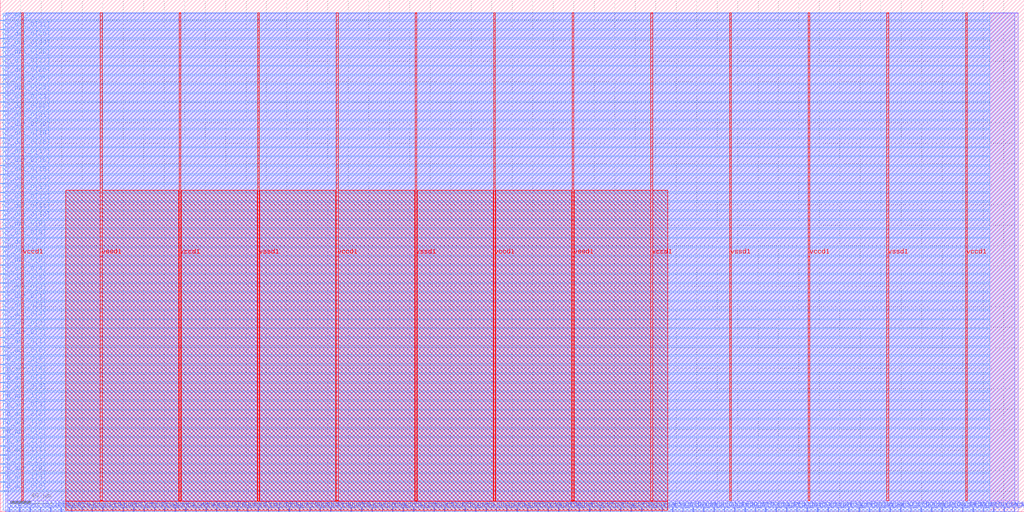
<source format=lef>
VERSION 5.7 ;
  NOWIREEXTENSIONATPIN ON ;
  DIVIDERCHAR "/" ;
  BUSBITCHARS "[]" ;
MACRO GPR
  CLASS BLOCK ;
  FOREIGN GPR ;
  ORIGIN 0.000 0.000 ;
  SIZE 1000.000 BY 500.000 ;
  PIN clk
    DIRECTION INPUT ;
    USE SIGNAL ;
    PORT
      LAYER met2 ;
        RECT 8.830 0.000 9.110 4.000 ;
    END
  END clk
  PIN rd_adr_0[0]
    DIRECTION INPUT ;
    USE SIGNAL ;
    PORT
      LAYER met3 ;
        RECT 0.000 19.760 4.000 20.360 ;
    END
  END rd_adr_0[0]
  PIN rd_adr_0[1]
    DIRECTION INPUT ;
    USE SIGNAL ;
    PORT
      LAYER met3 ;
        RECT 0.000 46.280 4.000 46.880 ;
    END
  END rd_adr_0[1]
  PIN rd_adr_0[2]
    DIRECTION INPUT ;
    USE SIGNAL ;
    PORT
      LAYER met3 ;
        RECT 0.000 72.800 4.000 73.400 ;
    END
  END rd_adr_0[2]
  PIN rd_adr_0[3]
    DIRECTION INPUT ;
    USE SIGNAL ;
    PORT
      LAYER met3 ;
        RECT 0.000 99.320 4.000 99.920 ;
    END
  END rd_adr_0[3]
  PIN rd_adr_0[4]
    DIRECTION INPUT ;
    USE SIGNAL ;
    PORT
      LAYER met3 ;
        RECT 0.000 125.840 4.000 126.440 ;
    END
  END rd_adr_0[4]
  PIN rd_adr_1[0]
    DIRECTION INPUT ;
    USE SIGNAL ;
    PORT
      LAYER met3 ;
        RECT 0.000 28.600 4.000 29.200 ;
    END
  END rd_adr_1[0]
  PIN rd_adr_1[1]
    DIRECTION INPUT ;
    USE SIGNAL ;
    PORT
      LAYER met3 ;
        RECT 0.000 55.120 4.000 55.720 ;
    END
  END rd_adr_1[1]
  PIN rd_adr_1[2]
    DIRECTION INPUT ;
    USE SIGNAL ;
    PORT
      LAYER met3 ;
        RECT 0.000 81.640 4.000 82.240 ;
    END
  END rd_adr_1[2]
  PIN rd_adr_1[3]
    DIRECTION INPUT ;
    USE SIGNAL ;
    PORT
      LAYER met3 ;
        RECT 0.000 108.160 4.000 108.760 ;
    END
  END rd_adr_1[3]
  PIN rd_adr_1[4]
    DIRECTION INPUT ;
    USE SIGNAL ;
    PORT
      LAYER met3 ;
        RECT 0.000 134.680 4.000 135.280 ;
    END
  END rd_adr_1[4]
  PIN rd_adr_2[0]
    DIRECTION INPUT ;
    USE SIGNAL ;
    PORT
      LAYER met3 ;
        RECT 0.000 37.440 4.000 38.040 ;
    END
  END rd_adr_2[0]
  PIN rd_adr_2[1]
    DIRECTION INPUT ;
    USE SIGNAL ;
    PORT
      LAYER met3 ;
        RECT 0.000 63.960 4.000 64.560 ;
    END
  END rd_adr_2[1]
  PIN rd_adr_2[2]
    DIRECTION INPUT ;
    USE SIGNAL ;
    PORT
      LAYER met3 ;
        RECT 0.000 90.480 4.000 91.080 ;
    END
  END rd_adr_2[2]
  PIN rd_adr_2[3]
    DIRECTION INPUT ;
    USE SIGNAL ;
    PORT
      LAYER met3 ;
        RECT 0.000 117.000 4.000 117.600 ;
    END
  END rd_adr_2[3]
  PIN rd_adr_2[4]
    DIRECTION INPUT ;
    USE SIGNAL ;
    PORT
      LAYER met3 ;
        RECT 0.000 143.520 4.000 144.120 ;
    END
  END rd_adr_2[4]
  PIN rd_dat_0[0]
    DIRECTION OUTPUT TRISTATE ;
    USE SIGNAL ;
    PORT
      LAYER met2 ;
        RECT 29.070 0.000 29.350 4.000 ;
    END
  END rd_dat_0[0]
  PIN rd_dat_0[10]
    DIRECTION OUTPUT TRISTATE ;
    USE SIGNAL ;
    PORT
      LAYER met2 ;
        RECT 332.670 0.000 332.950 4.000 ;
    END
  END rd_dat_0[10]
  PIN rd_dat_0[11]
    DIRECTION OUTPUT TRISTATE ;
    USE SIGNAL ;
    PORT
      LAYER met2 ;
        RECT 363.030 0.000 363.310 4.000 ;
    END
  END rd_dat_0[11]
  PIN rd_dat_0[12]
    DIRECTION OUTPUT TRISTATE ;
    USE SIGNAL ;
    PORT
      LAYER met2 ;
        RECT 393.390 0.000 393.670 4.000 ;
    END
  END rd_dat_0[12]
  PIN rd_dat_0[13]
    DIRECTION OUTPUT TRISTATE ;
    USE SIGNAL ;
    PORT
      LAYER met2 ;
        RECT 423.750 0.000 424.030 4.000 ;
    END
  END rd_dat_0[13]
  PIN rd_dat_0[14]
    DIRECTION OUTPUT TRISTATE ;
    USE SIGNAL ;
    PORT
      LAYER met2 ;
        RECT 454.110 0.000 454.390 4.000 ;
    END
  END rd_dat_0[14]
  PIN rd_dat_0[15]
    DIRECTION OUTPUT TRISTATE ;
    USE SIGNAL ;
    PORT
      LAYER met2 ;
        RECT 484.470 0.000 484.750 4.000 ;
    END
  END rd_dat_0[15]
  PIN rd_dat_0[16]
    DIRECTION OUTPUT TRISTATE ;
    USE SIGNAL ;
    PORT
      LAYER met2 ;
        RECT 514.830 0.000 515.110 4.000 ;
    END
  END rd_dat_0[16]
  PIN rd_dat_0[17]
    DIRECTION OUTPUT TRISTATE ;
    USE SIGNAL ;
    PORT
      LAYER met2 ;
        RECT 545.190 0.000 545.470 4.000 ;
    END
  END rd_dat_0[17]
  PIN rd_dat_0[18]
    DIRECTION OUTPUT TRISTATE ;
    USE SIGNAL ;
    PORT
      LAYER met2 ;
        RECT 575.550 0.000 575.830 4.000 ;
    END
  END rd_dat_0[18]
  PIN rd_dat_0[19]
    DIRECTION OUTPUT TRISTATE ;
    USE SIGNAL ;
    PORT
      LAYER met2 ;
        RECT 605.910 0.000 606.190 4.000 ;
    END
  END rd_dat_0[19]
  PIN rd_dat_0[1]
    DIRECTION OUTPUT TRISTATE ;
    USE SIGNAL ;
    PORT
      LAYER met2 ;
        RECT 59.430 0.000 59.710 4.000 ;
    END
  END rd_dat_0[1]
  PIN rd_dat_0[20]
    DIRECTION OUTPUT TRISTATE ;
    USE SIGNAL ;
    PORT
      LAYER met2 ;
        RECT 636.270 0.000 636.550 4.000 ;
    END
  END rd_dat_0[20]
  PIN rd_dat_0[21]
    DIRECTION OUTPUT TRISTATE ;
    USE SIGNAL ;
    PORT
      LAYER met2 ;
        RECT 666.630 0.000 666.910 4.000 ;
    END
  END rd_dat_0[21]
  PIN rd_dat_0[22]
    DIRECTION OUTPUT TRISTATE ;
    USE SIGNAL ;
    PORT
      LAYER met2 ;
        RECT 696.990 0.000 697.270 4.000 ;
    END
  END rd_dat_0[22]
  PIN rd_dat_0[23]
    DIRECTION OUTPUT TRISTATE ;
    USE SIGNAL ;
    PORT
      LAYER met2 ;
        RECT 727.350 0.000 727.630 4.000 ;
    END
  END rd_dat_0[23]
  PIN rd_dat_0[24]
    DIRECTION OUTPUT TRISTATE ;
    USE SIGNAL ;
    PORT
      LAYER met2 ;
        RECT 757.710 0.000 757.990 4.000 ;
    END
  END rd_dat_0[24]
  PIN rd_dat_0[25]
    DIRECTION OUTPUT TRISTATE ;
    USE SIGNAL ;
    PORT
      LAYER met2 ;
        RECT 788.070 0.000 788.350 4.000 ;
    END
  END rd_dat_0[25]
  PIN rd_dat_0[26]
    DIRECTION OUTPUT TRISTATE ;
    USE SIGNAL ;
    PORT
      LAYER met2 ;
        RECT 818.430 0.000 818.710 4.000 ;
    END
  END rd_dat_0[26]
  PIN rd_dat_0[27]
    DIRECTION OUTPUT TRISTATE ;
    USE SIGNAL ;
    PORT
      LAYER met2 ;
        RECT 848.790 0.000 849.070 4.000 ;
    END
  END rd_dat_0[27]
  PIN rd_dat_0[28]
    DIRECTION OUTPUT TRISTATE ;
    USE SIGNAL ;
    PORT
      LAYER met2 ;
        RECT 879.150 0.000 879.430 4.000 ;
    END
  END rd_dat_0[28]
  PIN rd_dat_0[29]
    DIRECTION OUTPUT TRISTATE ;
    USE SIGNAL ;
    PORT
      LAYER met2 ;
        RECT 909.510 0.000 909.790 4.000 ;
    END
  END rd_dat_0[29]
  PIN rd_dat_0[2]
    DIRECTION OUTPUT TRISTATE ;
    USE SIGNAL ;
    PORT
      LAYER met2 ;
        RECT 89.790 0.000 90.070 4.000 ;
    END
  END rd_dat_0[2]
  PIN rd_dat_0[30]
    DIRECTION OUTPUT TRISTATE ;
    USE SIGNAL ;
    PORT
      LAYER met2 ;
        RECT 939.870 0.000 940.150 4.000 ;
    END
  END rd_dat_0[30]
  PIN rd_dat_0[31]
    DIRECTION OUTPUT TRISTATE ;
    USE SIGNAL ;
    PORT
      LAYER met2 ;
        RECT 970.230 0.000 970.510 4.000 ;
    END
  END rd_dat_0[31]
  PIN rd_dat_0[3]
    DIRECTION OUTPUT TRISTATE ;
    USE SIGNAL ;
    PORT
      LAYER met2 ;
        RECT 120.150 0.000 120.430 4.000 ;
    END
  END rd_dat_0[3]
  PIN rd_dat_0[4]
    DIRECTION OUTPUT TRISTATE ;
    USE SIGNAL ;
    PORT
      LAYER met2 ;
        RECT 150.510 0.000 150.790 4.000 ;
    END
  END rd_dat_0[4]
  PIN rd_dat_0[5]
    DIRECTION OUTPUT TRISTATE ;
    USE SIGNAL ;
    PORT
      LAYER met2 ;
        RECT 180.870 0.000 181.150 4.000 ;
    END
  END rd_dat_0[5]
  PIN rd_dat_0[6]
    DIRECTION OUTPUT TRISTATE ;
    USE SIGNAL ;
    PORT
      LAYER met2 ;
        RECT 211.230 0.000 211.510 4.000 ;
    END
  END rd_dat_0[6]
  PIN rd_dat_0[7]
    DIRECTION OUTPUT TRISTATE ;
    USE SIGNAL ;
    PORT
      LAYER met2 ;
        RECT 241.590 0.000 241.870 4.000 ;
    END
  END rd_dat_0[7]
  PIN rd_dat_0[8]
    DIRECTION OUTPUT TRISTATE ;
    USE SIGNAL ;
    PORT
      LAYER met2 ;
        RECT 271.950 0.000 272.230 4.000 ;
    END
  END rd_dat_0[8]
  PIN rd_dat_0[9]
    DIRECTION OUTPUT TRISTATE ;
    USE SIGNAL ;
    PORT
      LAYER met2 ;
        RECT 302.310 0.000 302.590 4.000 ;
    END
  END rd_dat_0[9]
  PIN rd_dat_1[0]
    DIRECTION OUTPUT TRISTATE ;
    USE SIGNAL ;
    PORT
      LAYER met2 ;
        RECT 39.190 0.000 39.470 4.000 ;
    END
  END rd_dat_1[0]
  PIN rd_dat_1[10]
    DIRECTION OUTPUT TRISTATE ;
    USE SIGNAL ;
    PORT
      LAYER met2 ;
        RECT 342.790 0.000 343.070 4.000 ;
    END
  END rd_dat_1[10]
  PIN rd_dat_1[11]
    DIRECTION OUTPUT TRISTATE ;
    USE SIGNAL ;
    PORT
      LAYER met2 ;
        RECT 373.150 0.000 373.430 4.000 ;
    END
  END rd_dat_1[11]
  PIN rd_dat_1[12]
    DIRECTION OUTPUT TRISTATE ;
    USE SIGNAL ;
    PORT
      LAYER met2 ;
        RECT 403.510 0.000 403.790 4.000 ;
    END
  END rd_dat_1[12]
  PIN rd_dat_1[13]
    DIRECTION OUTPUT TRISTATE ;
    USE SIGNAL ;
    PORT
      LAYER met2 ;
        RECT 433.870 0.000 434.150 4.000 ;
    END
  END rd_dat_1[13]
  PIN rd_dat_1[14]
    DIRECTION OUTPUT TRISTATE ;
    USE SIGNAL ;
    PORT
      LAYER met2 ;
        RECT 464.230 0.000 464.510 4.000 ;
    END
  END rd_dat_1[14]
  PIN rd_dat_1[15]
    DIRECTION OUTPUT TRISTATE ;
    USE SIGNAL ;
    PORT
      LAYER met2 ;
        RECT 494.590 0.000 494.870 4.000 ;
    END
  END rd_dat_1[15]
  PIN rd_dat_1[16]
    DIRECTION OUTPUT TRISTATE ;
    USE SIGNAL ;
    PORT
      LAYER met2 ;
        RECT 524.950 0.000 525.230 4.000 ;
    END
  END rd_dat_1[16]
  PIN rd_dat_1[17]
    DIRECTION OUTPUT TRISTATE ;
    USE SIGNAL ;
    PORT
      LAYER met2 ;
        RECT 555.310 0.000 555.590 4.000 ;
    END
  END rd_dat_1[17]
  PIN rd_dat_1[18]
    DIRECTION OUTPUT TRISTATE ;
    USE SIGNAL ;
    PORT
      LAYER met2 ;
        RECT 585.670 0.000 585.950 4.000 ;
    END
  END rd_dat_1[18]
  PIN rd_dat_1[19]
    DIRECTION OUTPUT TRISTATE ;
    USE SIGNAL ;
    PORT
      LAYER met2 ;
        RECT 616.030 0.000 616.310 4.000 ;
    END
  END rd_dat_1[19]
  PIN rd_dat_1[1]
    DIRECTION OUTPUT TRISTATE ;
    USE SIGNAL ;
    PORT
      LAYER met2 ;
        RECT 69.550 0.000 69.830 4.000 ;
    END
  END rd_dat_1[1]
  PIN rd_dat_1[20]
    DIRECTION OUTPUT TRISTATE ;
    USE SIGNAL ;
    PORT
      LAYER met2 ;
        RECT 646.390 0.000 646.670 4.000 ;
    END
  END rd_dat_1[20]
  PIN rd_dat_1[21]
    DIRECTION OUTPUT TRISTATE ;
    USE SIGNAL ;
    PORT
      LAYER met2 ;
        RECT 676.750 0.000 677.030 4.000 ;
    END
  END rd_dat_1[21]
  PIN rd_dat_1[22]
    DIRECTION OUTPUT TRISTATE ;
    USE SIGNAL ;
    PORT
      LAYER met2 ;
        RECT 707.110 0.000 707.390 4.000 ;
    END
  END rd_dat_1[22]
  PIN rd_dat_1[23]
    DIRECTION OUTPUT TRISTATE ;
    USE SIGNAL ;
    PORT
      LAYER met2 ;
        RECT 737.470 0.000 737.750 4.000 ;
    END
  END rd_dat_1[23]
  PIN rd_dat_1[24]
    DIRECTION OUTPUT TRISTATE ;
    USE SIGNAL ;
    PORT
      LAYER met2 ;
        RECT 767.830 0.000 768.110 4.000 ;
    END
  END rd_dat_1[24]
  PIN rd_dat_1[25]
    DIRECTION OUTPUT TRISTATE ;
    USE SIGNAL ;
    PORT
      LAYER met2 ;
        RECT 798.190 0.000 798.470 4.000 ;
    END
  END rd_dat_1[25]
  PIN rd_dat_1[26]
    DIRECTION OUTPUT TRISTATE ;
    USE SIGNAL ;
    PORT
      LAYER met2 ;
        RECT 828.550 0.000 828.830 4.000 ;
    END
  END rd_dat_1[26]
  PIN rd_dat_1[27]
    DIRECTION OUTPUT TRISTATE ;
    USE SIGNAL ;
    PORT
      LAYER met2 ;
        RECT 858.910 0.000 859.190 4.000 ;
    END
  END rd_dat_1[27]
  PIN rd_dat_1[28]
    DIRECTION OUTPUT TRISTATE ;
    USE SIGNAL ;
    PORT
      LAYER met2 ;
        RECT 889.270 0.000 889.550 4.000 ;
    END
  END rd_dat_1[28]
  PIN rd_dat_1[29]
    DIRECTION OUTPUT TRISTATE ;
    USE SIGNAL ;
    PORT
      LAYER met2 ;
        RECT 919.630 0.000 919.910 4.000 ;
    END
  END rd_dat_1[29]
  PIN rd_dat_1[2]
    DIRECTION OUTPUT TRISTATE ;
    USE SIGNAL ;
    PORT
      LAYER met2 ;
        RECT 99.910 0.000 100.190 4.000 ;
    END
  END rd_dat_1[2]
  PIN rd_dat_1[30]
    DIRECTION OUTPUT TRISTATE ;
    USE SIGNAL ;
    PORT
      LAYER met2 ;
        RECT 949.990 0.000 950.270 4.000 ;
    END
  END rd_dat_1[30]
  PIN rd_dat_1[31]
    DIRECTION OUTPUT TRISTATE ;
    USE SIGNAL ;
    PORT
      LAYER met2 ;
        RECT 980.350 0.000 980.630 4.000 ;
    END
  END rd_dat_1[31]
  PIN rd_dat_1[3]
    DIRECTION OUTPUT TRISTATE ;
    USE SIGNAL ;
    PORT
      LAYER met2 ;
        RECT 130.270 0.000 130.550 4.000 ;
    END
  END rd_dat_1[3]
  PIN rd_dat_1[4]
    DIRECTION OUTPUT TRISTATE ;
    USE SIGNAL ;
    PORT
      LAYER met2 ;
        RECT 160.630 0.000 160.910 4.000 ;
    END
  END rd_dat_1[4]
  PIN rd_dat_1[5]
    DIRECTION OUTPUT TRISTATE ;
    USE SIGNAL ;
    PORT
      LAYER met2 ;
        RECT 190.990 0.000 191.270 4.000 ;
    END
  END rd_dat_1[5]
  PIN rd_dat_1[6]
    DIRECTION OUTPUT TRISTATE ;
    USE SIGNAL ;
    PORT
      LAYER met2 ;
        RECT 221.350 0.000 221.630 4.000 ;
    END
  END rd_dat_1[6]
  PIN rd_dat_1[7]
    DIRECTION OUTPUT TRISTATE ;
    USE SIGNAL ;
    PORT
      LAYER met2 ;
        RECT 251.710 0.000 251.990 4.000 ;
    END
  END rd_dat_1[7]
  PIN rd_dat_1[8]
    DIRECTION OUTPUT TRISTATE ;
    USE SIGNAL ;
    PORT
      LAYER met2 ;
        RECT 282.070 0.000 282.350 4.000 ;
    END
  END rd_dat_1[8]
  PIN rd_dat_1[9]
    DIRECTION OUTPUT TRISTATE ;
    USE SIGNAL ;
    PORT
      LAYER met2 ;
        RECT 312.430 0.000 312.710 4.000 ;
    END
  END rd_dat_1[9]
  PIN rd_dat_2[0]
    DIRECTION OUTPUT TRISTATE ;
    USE SIGNAL ;
    PORT
      LAYER met2 ;
        RECT 49.310 0.000 49.590 4.000 ;
    END
  END rd_dat_2[0]
  PIN rd_dat_2[10]
    DIRECTION OUTPUT TRISTATE ;
    USE SIGNAL ;
    PORT
      LAYER met2 ;
        RECT 352.910 0.000 353.190 4.000 ;
    END
  END rd_dat_2[10]
  PIN rd_dat_2[11]
    DIRECTION OUTPUT TRISTATE ;
    USE SIGNAL ;
    PORT
      LAYER met2 ;
        RECT 383.270 0.000 383.550 4.000 ;
    END
  END rd_dat_2[11]
  PIN rd_dat_2[12]
    DIRECTION OUTPUT TRISTATE ;
    USE SIGNAL ;
    PORT
      LAYER met2 ;
        RECT 413.630 0.000 413.910 4.000 ;
    END
  END rd_dat_2[12]
  PIN rd_dat_2[13]
    DIRECTION OUTPUT TRISTATE ;
    USE SIGNAL ;
    PORT
      LAYER met2 ;
        RECT 443.990 0.000 444.270 4.000 ;
    END
  END rd_dat_2[13]
  PIN rd_dat_2[14]
    DIRECTION OUTPUT TRISTATE ;
    USE SIGNAL ;
    PORT
      LAYER met2 ;
        RECT 474.350 0.000 474.630 4.000 ;
    END
  END rd_dat_2[14]
  PIN rd_dat_2[15]
    DIRECTION OUTPUT TRISTATE ;
    USE SIGNAL ;
    PORT
      LAYER met2 ;
        RECT 504.710 0.000 504.990 4.000 ;
    END
  END rd_dat_2[15]
  PIN rd_dat_2[16]
    DIRECTION OUTPUT TRISTATE ;
    USE SIGNAL ;
    PORT
      LAYER met2 ;
        RECT 535.070 0.000 535.350 4.000 ;
    END
  END rd_dat_2[16]
  PIN rd_dat_2[17]
    DIRECTION OUTPUT TRISTATE ;
    USE SIGNAL ;
    PORT
      LAYER met2 ;
        RECT 565.430 0.000 565.710 4.000 ;
    END
  END rd_dat_2[17]
  PIN rd_dat_2[18]
    DIRECTION OUTPUT TRISTATE ;
    USE SIGNAL ;
    PORT
      LAYER met2 ;
        RECT 595.790 0.000 596.070 4.000 ;
    END
  END rd_dat_2[18]
  PIN rd_dat_2[19]
    DIRECTION OUTPUT TRISTATE ;
    USE SIGNAL ;
    PORT
      LAYER met2 ;
        RECT 626.150 0.000 626.430 4.000 ;
    END
  END rd_dat_2[19]
  PIN rd_dat_2[1]
    DIRECTION OUTPUT TRISTATE ;
    USE SIGNAL ;
    PORT
      LAYER met2 ;
        RECT 79.670 0.000 79.950 4.000 ;
    END
  END rd_dat_2[1]
  PIN rd_dat_2[20]
    DIRECTION OUTPUT TRISTATE ;
    USE SIGNAL ;
    PORT
      LAYER met2 ;
        RECT 656.510 0.000 656.790 4.000 ;
    END
  END rd_dat_2[20]
  PIN rd_dat_2[21]
    DIRECTION OUTPUT TRISTATE ;
    USE SIGNAL ;
    PORT
      LAYER met2 ;
        RECT 686.870 0.000 687.150 4.000 ;
    END
  END rd_dat_2[21]
  PIN rd_dat_2[22]
    DIRECTION OUTPUT TRISTATE ;
    USE SIGNAL ;
    PORT
      LAYER met2 ;
        RECT 717.230 0.000 717.510 4.000 ;
    END
  END rd_dat_2[22]
  PIN rd_dat_2[23]
    DIRECTION OUTPUT TRISTATE ;
    USE SIGNAL ;
    PORT
      LAYER met2 ;
        RECT 747.590 0.000 747.870 4.000 ;
    END
  END rd_dat_2[23]
  PIN rd_dat_2[24]
    DIRECTION OUTPUT TRISTATE ;
    USE SIGNAL ;
    PORT
      LAYER met2 ;
        RECT 777.950 0.000 778.230 4.000 ;
    END
  END rd_dat_2[24]
  PIN rd_dat_2[25]
    DIRECTION OUTPUT TRISTATE ;
    USE SIGNAL ;
    PORT
      LAYER met2 ;
        RECT 808.310 0.000 808.590 4.000 ;
    END
  END rd_dat_2[25]
  PIN rd_dat_2[26]
    DIRECTION OUTPUT TRISTATE ;
    USE SIGNAL ;
    PORT
      LAYER met2 ;
        RECT 838.670 0.000 838.950 4.000 ;
    END
  END rd_dat_2[26]
  PIN rd_dat_2[27]
    DIRECTION OUTPUT TRISTATE ;
    USE SIGNAL ;
    PORT
      LAYER met2 ;
        RECT 869.030 0.000 869.310 4.000 ;
    END
  END rd_dat_2[27]
  PIN rd_dat_2[28]
    DIRECTION OUTPUT TRISTATE ;
    USE SIGNAL ;
    PORT
      LAYER met2 ;
        RECT 899.390 0.000 899.670 4.000 ;
    END
  END rd_dat_2[28]
  PIN rd_dat_2[29]
    DIRECTION OUTPUT TRISTATE ;
    USE SIGNAL ;
    PORT
      LAYER met2 ;
        RECT 929.750 0.000 930.030 4.000 ;
    END
  END rd_dat_2[29]
  PIN rd_dat_2[2]
    DIRECTION OUTPUT TRISTATE ;
    USE SIGNAL ;
    PORT
      LAYER met2 ;
        RECT 110.030 0.000 110.310 4.000 ;
    END
  END rd_dat_2[2]
  PIN rd_dat_2[30]
    DIRECTION OUTPUT TRISTATE ;
    USE SIGNAL ;
    PORT
      LAYER met2 ;
        RECT 960.110 0.000 960.390 4.000 ;
    END
  END rd_dat_2[30]
  PIN rd_dat_2[31]
    DIRECTION OUTPUT TRISTATE ;
    USE SIGNAL ;
    PORT
      LAYER met2 ;
        RECT 990.470 0.000 990.750 4.000 ;
    END
  END rd_dat_2[31]
  PIN rd_dat_2[3]
    DIRECTION OUTPUT TRISTATE ;
    USE SIGNAL ;
    PORT
      LAYER met2 ;
        RECT 140.390 0.000 140.670 4.000 ;
    END
  END rd_dat_2[3]
  PIN rd_dat_2[4]
    DIRECTION OUTPUT TRISTATE ;
    USE SIGNAL ;
    PORT
      LAYER met2 ;
        RECT 170.750 0.000 171.030 4.000 ;
    END
  END rd_dat_2[4]
  PIN rd_dat_2[5]
    DIRECTION OUTPUT TRISTATE ;
    USE SIGNAL ;
    PORT
      LAYER met2 ;
        RECT 201.110 0.000 201.390 4.000 ;
    END
  END rd_dat_2[5]
  PIN rd_dat_2[6]
    DIRECTION OUTPUT TRISTATE ;
    USE SIGNAL ;
    PORT
      LAYER met2 ;
        RECT 231.470 0.000 231.750 4.000 ;
    END
  END rd_dat_2[6]
  PIN rd_dat_2[7]
    DIRECTION OUTPUT TRISTATE ;
    USE SIGNAL ;
    PORT
      LAYER met2 ;
        RECT 261.830 0.000 262.110 4.000 ;
    END
  END rd_dat_2[7]
  PIN rd_dat_2[8]
    DIRECTION OUTPUT TRISTATE ;
    USE SIGNAL ;
    PORT
      LAYER met2 ;
        RECT 292.190 0.000 292.470 4.000 ;
    END
  END rd_dat_2[8]
  PIN rd_dat_2[9]
    DIRECTION OUTPUT TRISTATE ;
    USE SIGNAL ;
    PORT
      LAYER met2 ;
        RECT 322.550 0.000 322.830 4.000 ;
    END
  END rd_dat_2[9]
  PIN reset
    DIRECTION INPUT ;
    USE SIGNAL ;
    PORT
      LAYER met2 ;
        RECT 18.950 0.000 19.230 4.000 ;
    END
  END reset
  PIN vccd1
    DIRECTION INOUT ;
    USE POWER ;
    PORT
      LAYER met4 ;
        RECT 21.040 10.640 22.640 487.120 ;
    END
    PORT
      LAYER met4 ;
        RECT 174.640 10.640 176.240 487.120 ;
    END
    PORT
      LAYER met4 ;
        RECT 328.240 10.640 329.840 487.120 ;
    END
    PORT
      LAYER met4 ;
        RECT 481.840 10.640 483.440 487.120 ;
    END
    PORT
      LAYER met4 ;
        RECT 635.440 10.640 637.040 487.120 ;
    END
    PORT
      LAYER met4 ;
        RECT 789.040 10.640 790.640 487.120 ;
    END
    PORT
      LAYER met4 ;
        RECT 942.640 10.640 944.240 487.120 ;
    END
  END vccd1
  PIN vssd1
    DIRECTION INOUT ;
    USE GROUND ;
    PORT
      LAYER met4 ;
        RECT 97.840 10.640 99.440 487.120 ;
    END
    PORT
      LAYER met4 ;
        RECT 251.440 10.640 253.040 487.120 ;
    END
    PORT
      LAYER met4 ;
        RECT 405.040 10.640 406.640 487.120 ;
    END
    PORT
      LAYER met4 ;
        RECT 558.640 10.640 560.240 487.120 ;
    END
    PORT
      LAYER met4 ;
        RECT 712.240 10.640 713.840 487.120 ;
    END
    PORT
      LAYER met4 ;
        RECT 865.840 10.640 867.440 487.120 ;
    END
  END vssd1
  PIN wr_adr_0[0]
    DIRECTION INPUT ;
    USE SIGNAL ;
    PORT
      LAYER met3 ;
        RECT 0.000 152.360 4.000 152.960 ;
    END
  END wr_adr_0[0]
  PIN wr_adr_0[1]
    DIRECTION INPUT ;
    USE SIGNAL ;
    PORT
      LAYER met3 ;
        RECT 0.000 161.200 4.000 161.800 ;
    END
  END wr_adr_0[1]
  PIN wr_adr_0[2]
    DIRECTION INPUT ;
    USE SIGNAL ;
    PORT
      LAYER met3 ;
        RECT 0.000 170.040 4.000 170.640 ;
    END
  END wr_adr_0[2]
  PIN wr_adr_0[3]
    DIRECTION INPUT ;
    USE SIGNAL ;
    PORT
      LAYER met3 ;
        RECT 0.000 178.880 4.000 179.480 ;
    END
  END wr_adr_0[3]
  PIN wr_adr_0[4]
    DIRECTION INPUT ;
    USE SIGNAL ;
    PORT
      LAYER met3 ;
        RECT 0.000 187.720 4.000 188.320 ;
    END
  END wr_adr_0[4]
  PIN wr_dat_0[0]
    DIRECTION INPUT ;
    USE SIGNAL ;
    PORT
      LAYER met3 ;
        RECT 0.000 196.560 4.000 197.160 ;
    END
  END wr_dat_0[0]
  PIN wr_dat_0[10]
    DIRECTION INPUT ;
    USE SIGNAL ;
    PORT
      LAYER met3 ;
        RECT 0.000 284.960 4.000 285.560 ;
    END
  END wr_dat_0[10]
  PIN wr_dat_0[11]
    DIRECTION INPUT ;
    USE SIGNAL ;
    PORT
      LAYER met3 ;
        RECT 0.000 293.800 4.000 294.400 ;
    END
  END wr_dat_0[11]
  PIN wr_dat_0[12]
    DIRECTION INPUT ;
    USE SIGNAL ;
    PORT
      LAYER met3 ;
        RECT 0.000 302.640 4.000 303.240 ;
    END
  END wr_dat_0[12]
  PIN wr_dat_0[13]
    DIRECTION INPUT ;
    USE SIGNAL ;
    PORT
      LAYER met3 ;
        RECT 0.000 311.480 4.000 312.080 ;
    END
  END wr_dat_0[13]
  PIN wr_dat_0[14]
    DIRECTION INPUT ;
    USE SIGNAL ;
    PORT
      LAYER met3 ;
        RECT 0.000 320.320 4.000 320.920 ;
    END
  END wr_dat_0[14]
  PIN wr_dat_0[15]
    DIRECTION INPUT ;
    USE SIGNAL ;
    PORT
      LAYER met3 ;
        RECT 0.000 329.160 4.000 329.760 ;
    END
  END wr_dat_0[15]
  PIN wr_dat_0[16]
    DIRECTION INPUT ;
    USE SIGNAL ;
    PORT
      LAYER met3 ;
        RECT 0.000 338.000 4.000 338.600 ;
    END
  END wr_dat_0[16]
  PIN wr_dat_0[17]
    DIRECTION INPUT ;
    USE SIGNAL ;
    PORT
      LAYER met3 ;
        RECT 0.000 346.840 4.000 347.440 ;
    END
  END wr_dat_0[17]
  PIN wr_dat_0[18]
    DIRECTION INPUT ;
    USE SIGNAL ;
    PORT
      LAYER met3 ;
        RECT 0.000 355.680 4.000 356.280 ;
    END
  END wr_dat_0[18]
  PIN wr_dat_0[19]
    DIRECTION INPUT ;
    USE SIGNAL ;
    PORT
      LAYER met3 ;
        RECT 0.000 364.520 4.000 365.120 ;
    END
  END wr_dat_0[19]
  PIN wr_dat_0[1]
    DIRECTION INPUT ;
    USE SIGNAL ;
    PORT
      LAYER met3 ;
        RECT 0.000 205.400 4.000 206.000 ;
    END
  END wr_dat_0[1]
  PIN wr_dat_0[20]
    DIRECTION INPUT ;
    USE SIGNAL ;
    PORT
      LAYER met3 ;
        RECT 0.000 373.360 4.000 373.960 ;
    END
  END wr_dat_0[20]
  PIN wr_dat_0[21]
    DIRECTION INPUT ;
    USE SIGNAL ;
    PORT
      LAYER met3 ;
        RECT 0.000 382.200 4.000 382.800 ;
    END
  END wr_dat_0[21]
  PIN wr_dat_0[22]
    DIRECTION INPUT ;
    USE SIGNAL ;
    PORT
      LAYER met3 ;
        RECT 0.000 391.040 4.000 391.640 ;
    END
  END wr_dat_0[22]
  PIN wr_dat_0[23]
    DIRECTION INPUT ;
    USE SIGNAL ;
    PORT
      LAYER met3 ;
        RECT 0.000 399.880 4.000 400.480 ;
    END
  END wr_dat_0[23]
  PIN wr_dat_0[24]
    DIRECTION INPUT ;
    USE SIGNAL ;
    PORT
      LAYER met3 ;
        RECT 0.000 408.720 4.000 409.320 ;
    END
  END wr_dat_0[24]
  PIN wr_dat_0[25]
    DIRECTION INPUT ;
    USE SIGNAL ;
    PORT
      LAYER met3 ;
        RECT 0.000 417.560 4.000 418.160 ;
    END
  END wr_dat_0[25]
  PIN wr_dat_0[26]
    DIRECTION INPUT ;
    USE SIGNAL ;
    PORT
      LAYER met3 ;
        RECT 0.000 426.400 4.000 427.000 ;
    END
  END wr_dat_0[26]
  PIN wr_dat_0[27]
    DIRECTION INPUT ;
    USE SIGNAL ;
    PORT
      LAYER met3 ;
        RECT 0.000 435.240 4.000 435.840 ;
    END
  END wr_dat_0[27]
  PIN wr_dat_0[28]
    DIRECTION INPUT ;
    USE SIGNAL ;
    PORT
      LAYER met3 ;
        RECT 0.000 444.080 4.000 444.680 ;
    END
  END wr_dat_0[28]
  PIN wr_dat_0[29]
    DIRECTION INPUT ;
    USE SIGNAL ;
    PORT
      LAYER met3 ;
        RECT 0.000 452.920 4.000 453.520 ;
    END
  END wr_dat_0[29]
  PIN wr_dat_0[2]
    DIRECTION INPUT ;
    USE SIGNAL ;
    PORT
      LAYER met3 ;
        RECT 0.000 214.240 4.000 214.840 ;
    END
  END wr_dat_0[2]
  PIN wr_dat_0[30]
    DIRECTION INPUT ;
    USE SIGNAL ;
    PORT
      LAYER met3 ;
        RECT 0.000 461.760 4.000 462.360 ;
    END
  END wr_dat_0[30]
  PIN wr_dat_0[31]
    DIRECTION INPUT ;
    USE SIGNAL ;
    PORT
      LAYER met3 ;
        RECT 0.000 470.600 4.000 471.200 ;
    END
  END wr_dat_0[31]
  PIN wr_dat_0[3]
    DIRECTION INPUT ;
    USE SIGNAL ;
    PORT
      LAYER met3 ;
        RECT 0.000 223.080 4.000 223.680 ;
    END
  END wr_dat_0[3]
  PIN wr_dat_0[4]
    DIRECTION INPUT ;
    USE SIGNAL ;
    PORT
      LAYER met3 ;
        RECT 0.000 231.920 4.000 232.520 ;
    END
  END wr_dat_0[4]
  PIN wr_dat_0[5]
    DIRECTION INPUT ;
    USE SIGNAL ;
    PORT
      LAYER met3 ;
        RECT 0.000 240.760 4.000 241.360 ;
    END
  END wr_dat_0[5]
  PIN wr_dat_0[6]
    DIRECTION INPUT ;
    USE SIGNAL ;
    PORT
      LAYER met3 ;
        RECT 0.000 249.600 4.000 250.200 ;
    END
  END wr_dat_0[6]
  PIN wr_dat_0[7]
    DIRECTION INPUT ;
    USE SIGNAL ;
    PORT
      LAYER met3 ;
        RECT 0.000 258.440 4.000 259.040 ;
    END
  END wr_dat_0[7]
  PIN wr_dat_0[8]
    DIRECTION INPUT ;
    USE SIGNAL ;
    PORT
      LAYER met3 ;
        RECT 0.000 267.280 4.000 267.880 ;
    END
  END wr_dat_0[8]
  PIN wr_dat_0[9]
    DIRECTION INPUT ;
    USE SIGNAL ;
    PORT
      LAYER met3 ;
        RECT 0.000 276.120 4.000 276.720 ;
    END
  END wr_dat_0[9]
  PIN wr_en_0
    DIRECTION INPUT ;
    USE SIGNAL ;
    PORT
      LAYER met3 ;
        RECT 0.000 479.440 4.000 480.040 ;
    END
  END wr_en_0
  OBS
      LAYER li1 ;
        RECT 5.520 10.795 994.060 486.965 ;
      LAYER met1 ;
        RECT 5.520 0.040 994.060 487.120 ;
      LAYER met2 ;
        RECT 7.460 4.280 990.680 487.065 ;
        RECT 7.460 0.010 8.550 4.280 ;
        RECT 9.390 0.010 18.670 4.280 ;
        RECT 19.510 0.010 28.790 4.280 ;
        RECT 29.630 0.010 38.910 4.280 ;
        RECT 39.750 0.010 49.030 4.280 ;
        RECT 49.870 0.010 59.150 4.280 ;
        RECT 59.990 0.010 69.270 4.280 ;
        RECT 70.110 0.010 79.390 4.280 ;
        RECT 80.230 0.010 89.510 4.280 ;
        RECT 90.350 0.010 99.630 4.280 ;
        RECT 100.470 0.010 109.750 4.280 ;
        RECT 110.590 0.010 119.870 4.280 ;
        RECT 120.710 0.010 129.990 4.280 ;
        RECT 130.830 0.010 140.110 4.280 ;
        RECT 140.950 0.010 150.230 4.280 ;
        RECT 151.070 0.010 160.350 4.280 ;
        RECT 161.190 0.010 170.470 4.280 ;
        RECT 171.310 0.010 180.590 4.280 ;
        RECT 181.430 0.010 190.710 4.280 ;
        RECT 191.550 0.010 200.830 4.280 ;
        RECT 201.670 0.010 210.950 4.280 ;
        RECT 211.790 0.010 221.070 4.280 ;
        RECT 221.910 0.010 231.190 4.280 ;
        RECT 232.030 0.010 241.310 4.280 ;
        RECT 242.150 0.010 251.430 4.280 ;
        RECT 252.270 0.010 261.550 4.280 ;
        RECT 262.390 0.010 271.670 4.280 ;
        RECT 272.510 0.010 281.790 4.280 ;
        RECT 282.630 0.010 291.910 4.280 ;
        RECT 292.750 0.010 302.030 4.280 ;
        RECT 302.870 0.010 312.150 4.280 ;
        RECT 312.990 0.010 322.270 4.280 ;
        RECT 323.110 0.010 332.390 4.280 ;
        RECT 333.230 0.010 342.510 4.280 ;
        RECT 343.350 0.010 352.630 4.280 ;
        RECT 353.470 0.010 362.750 4.280 ;
        RECT 363.590 0.010 372.870 4.280 ;
        RECT 373.710 0.010 382.990 4.280 ;
        RECT 383.830 0.010 393.110 4.280 ;
        RECT 393.950 0.010 403.230 4.280 ;
        RECT 404.070 0.010 413.350 4.280 ;
        RECT 414.190 0.010 423.470 4.280 ;
        RECT 424.310 0.010 433.590 4.280 ;
        RECT 434.430 0.010 443.710 4.280 ;
        RECT 444.550 0.010 453.830 4.280 ;
        RECT 454.670 0.010 463.950 4.280 ;
        RECT 464.790 0.010 474.070 4.280 ;
        RECT 474.910 0.010 484.190 4.280 ;
        RECT 485.030 0.010 494.310 4.280 ;
        RECT 495.150 0.010 504.430 4.280 ;
        RECT 505.270 0.010 514.550 4.280 ;
        RECT 515.390 0.010 524.670 4.280 ;
        RECT 525.510 0.010 534.790 4.280 ;
        RECT 535.630 0.010 544.910 4.280 ;
        RECT 545.750 0.010 555.030 4.280 ;
        RECT 555.870 0.010 565.150 4.280 ;
        RECT 565.990 0.010 575.270 4.280 ;
        RECT 576.110 0.010 585.390 4.280 ;
        RECT 586.230 0.010 595.510 4.280 ;
        RECT 596.350 0.010 605.630 4.280 ;
        RECT 606.470 0.010 615.750 4.280 ;
        RECT 616.590 0.010 625.870 4.280 ;
        RECT 626.710 0.010 635.990 4.280 ;
        RECT 636.830 0.010 646.110 4.280 ;
        RECT 646.950 0.010 656.230 4.280 ;
        RECT 657.070 0.010 666.350 4.280 ;
        RECT 667.190 0.010 676.470 4.280 ;
        RECT 677.310 0.010 686.590 4.280 ;
        RECT 687.430 0.010 696.710 4.280 ;
        RECT 697.550 0.010 706.830 4.280 ;
        RECT 707.670 0.010 716.950 4.280 ;
        RECT 717.790 0.010 727.070 4.280 ;
        RECT 727.910 0.010 737.190 4.280 ;
        RECT 738.030 0.010 747.310 4.280 ;
        RECT 748.150 0.010 757.430 4.280 ;
        RECT 758.270 0.010 767.550 4.280 ;
        RECT 768.390 0.010 777.670 4.280 ;
        RECT 778.510 0.010 787.790 4.280 ;
        RECT 788.630 0.010 797.910 4.280 ;
        RECT 798.750 0.010 808.030 4.280 ;
        RECT 808.870 0.010 818.150 4.280 ;
        RECT 818.990 0.010 828.270 4.280 ;
        RECT 829.110 0.010 838.390 4.280 ;
        RECT 839.230 0.010 848.510 4.280 ;
        RECT 849.350 0.010 858.630 4.280 ;
        RECT 859.470 0.010 868.750 4.280 ;
        RECT 869.590 0.010 878.870 4.280 ;
        RECT 879.710 0.010 888.990 4.280 ;
        RECT 889.830 0.010 899.110 4.280 ;
        RECT 899.950 0.010 909.230 4.280 ;
        RECT 910.070 0.010 919.350 4.280 ;
        RECT 920.190 0.010 929.470 4.280 ;
        RECT 930.310 0.010 939.590 4.280 ;
        RECT 940.430 0.010 949.710 4.280 ;
        RECT 950.550 0.010 959.830 4.280 ;
        RECT 960.670 0.010 969.950 4.280 ;
        RECT 970.790 0.010 980.070 4.280 ;
        RECT 980.910 0.010 990.190 4.280 ;
      LAYER met3 ;
        RECT 3.070 480.440 966.395 487.045 ;
        RECT 4.400 479.040 966.395 480.440 ;
        RECT 3.070 471.600 966.395 479.040 ;
        RECT 4.400 470.200 966.395 471.600 ;
        RECT 3.070 462.760 966.395 470.200 ;
        RECT 4.400 461.360 966.395 462.760 ;
        RECT 3.070 453.920 966.395 461.360 ;
        RECT 4.400 452.520 966.395 453.920 ;
        RECT 3.070 445.080 966.395 452.520 ;
        RECT 4.400 443.680 966.395 445.080 ;
        RECT 3.070 436.240 966.395 443.680 ;
        RECT 4.400 434.840 966.395 436.240 ;
        RECT 3.070 427.400 966.395 434.840 ;
        RECT 4.400 426.000 966.395 427.400 ;
        RECT 3.070 418.560 966.395 426.000 ;
        RECT 4.400 417.160 966.395 418.560 ;
        RECT 3.070 409.720 966.395 417.160 ;
        RECT 4.400 408.320 966.395 409.720 ;
        RECT 3.070 400.880 966.395 408.320 ;
        RECT 4.400 399.480 966.395 400.880 ;
        RECT 3.070 392.040 966.395 399.480 ;
        RECT 4.400 390.640 966.395 392.040 ;
        RECT 3.070 383.200 966.395 390.640 ;
        RECT 4.400 381.800 966.395 383.200 ;
        RECT 3.070 374.360 966.395 381.800 ;
        RECT 4.400 372.960 966.395 374.360 ;
        RECT 3.070 365.520 966.395 372.960 ;
        RECT 4.400 364.120 966.395 365.520 ;
        RECT 3.070 356.680 966.395 364.120 ;
        RECT 4.400 355.280 966.395 356.680 ;
        RECT 3.070 347.840 966.395 355.280 ;
        RECT 4.400 346.440 966.395 347.840 ;
        RECT 3.070 339.000 966.395 346.440 ;
        RECT 4.400 337.600 966.395 339.000 ;
        RECT 3.070 330.160 966.395 337.600 ;
        RECT 4.400 328.760 966.395 330.160 ;
        RECT 3.070 321.320 966.395 328.760 ;
        RECT 4.400 319.920 966.395 321.320 ;
        RECT 3.070 312.480 966.395 319.920 ;
        RECT 4.400 311.080 966.395 312.480 ;
        RECT 3.070 303.640 966.395 311.080 ;
        RECT 4.400 302.240 966.395 303.640 ;
        RECT 3.070 294.800 966.395 302.240 ;
        RECT 4.400 293.400 966.395 294.800 ;
        RECT 3.070 285.960 966.395 293.400 ;
        RECT 4.400 284.560 966.395 285.960 ;
        RECT 3.070 277.120 966.395 284.560 ;
        RECT 4.400 275.720 966.395 277.120 ;
        RECT 3.070 268.280 966.395 275.720 ;
        RECT 4.400 266.880 966.395 268.280 ;
        RECT 3.070 259.440 966.395 266.880 ;
        RECT 4.400 258.040 966.395 259.440 ;
        RECT 3.070 250.600 966.395 258.040 ;
        RECT 4.400 249.200 966.395 250.600 ;
        RECT 3.070 241.760 966.395 249.200 ;
        RECT 4.400 240.360 966.395 241.760 ;
        RECT 3.070 232.920 966.395 240.360 ;
        RECT 4.400 231.520 966.395 232.920 ;
        RECT 3.070 224.080 966.395 231.520 ;
        RECT 4.400 222.680 966.395 224.080 ;
        RECT 3.070 215.240 966.395 222.680 ;
        RECT 4.400 213.840 966.395 215.240 ;
        RECT 3.070 206.400 966.395 213.840 ;
        RECT 4.400 205.000 966.395 206.400 ;
        RECT 3.070 197.560 966.395 205.000 ;
        RECT 4.400 196.160 966.395 197.560 ;
        RECT 3.070 188.720 966.395 196.160 ;
        RECT 4.400 187.320 966.395 188.720 ;
        RECT 3.070 179.880 966.395 187.320 ;
        RECT 4.400 178.480 966.395 179.880 ;
        RECT 3.070 171.040 966.395 178.480 ;
        RECT 4.400 169.640 966.395 171.040 ;
        RECT 3.070 162.200 966.395 169.640 ;
        RECT 4.400 160.800 966.395 162.200 ;
        RECT 3.070 153.360 966.395 160.800 ;
        RECT 4.400 151.960 966.395 153.360 ;
        RECT 3.070 144.520 966.395 151.960 ;
        RECT 4.400 143.120 966.395 144.520 ;
        RECT 3.070 135.680 966.395 143.120 ;
        RECT 4.400 134.280 966.395 135.680 ;
        RECT 3.070 126.840 966.395 134.280 ;
        RECT 4.400 125.440 966.395 126.840 ;
        RECT 3.070 118.000 966.395 125.440 ;
        RECT 4.400 116.600 966.395 118.000 ;
        RECT 3.070 109.160 966.395 116.600 ;
        RECT 4.400 107.760 966.395 109.160 ;
        RECT 3.070 100.320 966.395 107.760 ;
        RECT 4.400 98.920 966.395 100.320 ;
        RECT 3.070 91.480 966.395 98.920 ;
        RECT 4.400 90.080 966.395 91.480 ;
        RECT 3.070 82.640 966.395 90.080 ;
        RECT 4.400 81.240 966.395 82.640 ;
        RECT 3.070 73.800 966.395 81.240 ;
        RECT 4.400 72.400 966.395 73.800 ;
        RECT 3.070 64.960 966.395 72.400 ;
        RECT 4.400 63.560 966.395 64.960 ;
        RECT 3.070 56.120 966.395 63.560 ;
        RECT 4.400 54.720 966.395 56.120 ;
        RECT 3.070 47.280 966.395 54.720 ;
        RECT 4.400 45.880 966.395 47.280 ;
        RECT 3.070 38.440 966.395 45.880 ;
        RECT 4.400 37.040 966.395 38.440 ;
        RECT 3.070 29.600 966.395 37.040 ;
        RECT 4.400 28.200 966.395 29.600 ;
        RECT 3.070 20.760 966.395 28.200 ;
        RECT 4.400 19.360 966.395 20.760 ;
        RECT 3.070 1.535 966.395 19.360 ;
      LAYER met4 ;
        RECT 63.775 10.240 97.440 313.985 ;
        RECT 99.840 10.240 174.240 313.985 ;
        RECT 176.640 10.240 251.040 313.985 ;
        RECT 253.440 10.240 327.840 313.985 ;
        RECT 330.240 10.240 404.640 313.985 ;
        RECT 407.040 10.240 481.440 313.985 ;
        RECT 483.840 10.240 558.240 313.985 ;
        RECT 560.640 10.240 635.040 313.985 ;
        RECT 637.440 10.240 651.985 313.985 ;
        RECT 63.775 1.535 651.985 10.240 ;
  END
END GPR
END LIBRARY


</source>
